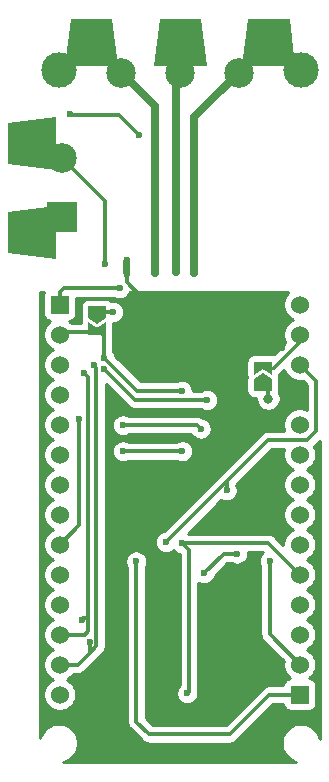
<source format=gbl>
G04 #@! TF.GenerationSoftware,KiCad,Pcbnew,(5.1.6-0-10_14)*
G04 #@! TF.CreationDate,2021-04-01T01:52:38+02:00*
G04 #@! TF.ProjectId,ESCv1.1,45534376-312e-4312-9e6b-696361645f70,rev?*
G04 #@! TF.SameCoordinates,Original*
G04 #@! TF.FileFunction,Copper,L2,Bot*
G04 #@! TF.FilePolarity,Positive*
%FSLAX46Y46*%
G04 Gerber Fmt 4.6, Leading zero omitted, Abs format (unit mm)*
G04 Created by KiCad (PCBNEW (5.1.6-0-10_14)) date 2021-04-01 01:52:38*
%MOMM*%
%LPD*%
G01*
G04 APERTURE LIST*
G04 #@! TA.AperFunction,EtchedComponent*
%ADD10C,0.100000*%
G04 #@! TD*
G04 #@! TA.AperFunction,SMDPad,CuDef*
%ADD11C,0.100000*%
G04 #@! TD*
G04 #@! TA.AperFunction,ViaPad*
%ADD12C,0.600000*%
G04 #@! TD*
G04 #@! TA.AperFunction,ComponentPad*
%ADD13C,2.500000*%
G04 #@! TD*
G04 #@! TA.AperFunction,ComponentPad*
%ADD14R,1.524000X1.524000*%
G04 #@! TD*
G04 #@! TA.AperFunction,ComponentPad*
%ADD15C,1.524000*%
G04 #@! TD*
G04 #@! TA.AperFunction,ComponentPad*
%ADD16C,3.000000*%
G04 #@! TD*
G04 #@! TA.AperFunction,ComponentPad*
%ADD17C,0.600000*%
G04 #@! TD*
G04 #@! TA.AperFunction,ComponentPad*
%ADD18R,2.500000X2.500000*%
G04 #@! TD*
G04 #@! TA.AperFunction,ComponentPad*
%ADD19C,0.100000*%
G04 #@! TD*
G04 #@! TA.AperFunction,ComponentPad*
%ADD20C,0.700000*%
G04 #@! TD*
G04 #@! TA.AperFunction,ViaPad*
%ADD21C,0.800000*%
G04 #@! TD*
G04 #@! TA.AperFunction,Conductor*
%ADD22C,0.300000*%
G04 #@! TD*
G04 #@! TA.AperFunction,Conductor*
%ADD23C,0.700000*%
G04 #@! TD*
G04 #@! TA.AperFunction,Conductor*
%ADD24C,0.250000*%
G04 #@! TD*
G04 #@! TA.AperFunction,Conductor*
%ADD25C,0.254000*%
G04 #@! TD*
G04 APERTURE END LIST*
D10*
G04 #@! TO.C,NT1*
G36*
X45815400Y-44952700D02*
G01*
X45815400Y-43752700D01*
X46415400Y-43752700D01*
X46415400Y-44952700D01*
X45815400Y-44952700D01*
G37*
G04 #@! TD*
G04 #@! TA.AperFunction,SMDPad,CuDef*
D11*
G04 #@! TO.P,JP5,2*
G04 #@! TO.N,VREF*
G36*
X42855400Y-50127700D02*
G01*
X42855400Y-48977700D01*
X43605400Y-49477700D01*
X44355400Y-48977700D01*
X44355400Y-50127700D01*
X42855400Y-50127700D01*
G37*
G04 #@! TD.AperFunction*
G04 #@! TA.AperFunction,SMDPad,CuDef*
G04 #@! TO.P,JP5,1*
G04 #@! TO.N,VDDA*
G36*
X43605400Y-49177700D02*
G01*
X42855400Y-48677700D01*
X42855400Y-47677700D01*
X44355400Y-47677700D01*
X44355400Y-48677700D01*
X43605400Y-49177700D01*
G37*
G04 #@! TD.AperFunction*
G04 #@! TD*
G04 #@! TA.AperFunction,SMDPad,CuDef*
G04 #@! TO.P,JP1,2*
G04 #@! TO.N,VIN*
G36*
X58405400Y-52372700D02*
G01*
X58405400Y-53522700D01*
X57655400Y-53022700D01*
X56905400Y-53522700D01*
X56905400Y-52372700D01*
X58405400Y-52372700D01*
G37*
G04 #@! TD.AperFunction*
G04 #@! TA.AperFunction,SMDPad,CuDef*
G04 #@! TO.P,JP1,1*
G04 #@! TO.N,FB_BK*
G36*
X57655400Y-53322700D02*
G01*
X58405400Y-53822700D01*
X58405400Y-54822700D01*
X56905400Y-54822700D01*
X56905400Y-53822700D01*
X57655400Y-53322700D01*
G37*
G04 #@! TD.AperFunction*
G04 #@! TD*
D12*
G04 #@! TO.N,GNDPWR*
G04 #@! TO.C,NT1*
X46115400Y-43752700D03*
G04 #@! TO.N,GND*
X46115400Y-44952700D03*
G04 #@! TD*
D13*
G04 #@! TO.P,J4_2,1*
G04 #@! TO.N,PHASE_W*
X45665380Y-27889200D03*
G04 #@! TO.P,J4_2,2*
G04 #@! TO.N,PHASE_V*
X50665380Y-27889200D03*
G04 #@! TO.P,J4_2,3*
G04 #@! TO.N,PHASE_U*
X55665380Y-27889200D03*
G04 #@! TD*
D14*
G04 #@! TO.P,U2,28*
G04 #@! TO.N,IN_WL*
X60782200Y-80549400D03*
D15*
G04 #@! TO.P,U2,27*
G04 #@! TO.N,nCS*
X60782200Y-78009400D03*
G04 #@! TO.P,U2,26*
G04 #@! TO.N,MOSI*
X60782200Y-75469400D03*
G04 #@! TO.P,U2,25*
G04 #@! TO.N,CLK*
X60782200Y-72929400D03*
G04 #@! TO.P,U2,24*
G04 #@! TO.N,MISO*
X60782200Y-70389400D03*
G04 #@! TO.P,U2,23*
G04 #@! TO.N,Net-(U2-Pad23)*
X60782200Y-67849400D03*
G04 #@! TO.P,U2,22*
G04 #@! TO.N,Net-(U2-Pad22)*
X60782200Y-65309400D03*
G04 #@! TO.P,U2,21*
G04 #@! TO.N,Net-(U2-Pad21)*
X60782200Y-62769400D03*
G04 #@! TO.P,U2,20*
G04 #@! TO.N,Net-(U2-Pad20)*
X60782200Y-60229400D03*
G04 #@! TO.P,U2,19*
G04 #@! TO.N,Net-(U2-Pad19)*
X60782200Y-57689400D03*
G04 #@! TO.P,U2,18*
G04 #@! TO.N,GND*
X60782200Y-55149400D03*
G04 #@! TO.P,U2,17*
G04 #@! TO.N,VDD*
X60782200Y-52609400D03*
G04 #@! TO.P,U2,16*
G04 #@! TO.N,VIN*
X60782200Y-50069400D03*
G04 #@! TO.P,U2,15*
G04 #@! TO.N,Net-(U2-Pad15)*
X60782200Y-47529400D03*
G04 #@! TO.P,U2,14*
G04 #@! TO.N,nCS1*
X40462200Y-80549400D03*
G04 #@! TO.P,U2,13*
G04 #@! TO.N,nSLEEP*
X40462200Y-78009400D03*
G04 #@! TO.P,U2,12*
G04 #@! TO.N,nFAULT*
X40462200Y-75469400D03*
G04 #@! TO.P,U2,11*
G04 #@! TO.N,IN_WH*
X40462200Y-72929400D03*
G04 #@! TO.P,U2,10*
G04 #@! TO.N,IN_VL*
X40462200Y-70389400D03*
G04 #@! TO.P,U2,9*
G04 #@! TO.N,IN_UL*
X40462200Y-67849400D03*
G04 #@! TO.P,U2,8*
G04 #@! TO.N,AOUT_W*
X40462200Y-65309400D03*
G04 #@! TO.P,U2,7*
G04 #@! TO.N,AOUT_V*
X40462200Y-62769400D03*
G04 #@! TO.P,U2,6*
G04 #@! TO.N,IN_VH*
X40462200Y-60229400D03*
G04 #@! TO.P,U2,5*
G04 #@! TO.N,IN_UH*
X40462200Y-57689400D03*
G04 #@! TO.P,U2,4*
G04 #@! TO.N,AOUT_U*
X40462200Y-55149400D03*
G04 #@! TO.P,U2,3*
G04 #@! TO.N,VBAT*
X40462200Y-52609400D03*
G04 #@! TO.P,U2,2*
G04 #@! TO.N,VREF*
X40462200Y-50069400D03*
D16*
G04 #@! TO.P,U2,*
G04 #@! TO.N,*
X60872200Y-27659400D03*
X40372200Y-27659400D03*
D14*
G04 #@! TO.P,U2,1*
G04 #@! TO.N,DRVOFF*
X40462200Y-47529400D03*
G04 #@! TD*
D17*
G04 #@! TO.P,U1,EPAD*
G04 #@! TO.N,GND*
X51285560Y-50788280D03*
X51285560Y-49538280D03*
X51285560Y-48288280D03*
X51285560Y-47038280D03*
X50285560Y-50788280D03*
X50285560Y-49538280D03*
X50285560Y-48288280D03*
X50285560Y-47038280D03*
X49285560Y-50788280D03*
X49285560Y-49538280D03*
X49285560Y-48288280D03*
X49285560Y-47038280D03*
G04 #@! TD*
D18*
G04 #@! TO.P,J3_2,1*
G04 #@! TO.N,GNDPWR*
X40654200Y-40155980D03*
D13*
G04 #@! TO.P,J3_2,2*
G04 #@! TO.N,VS*
X40654200Y-35155980D03*
G04 #@! TD*
G04 #@! TA.AperFunction,ComponentPad*
D19*
G04 #@! TO.P,J3_1,1*
G04 #@! TO.N,GNDPWR*
G36*
X40114200Y-43675980D02*
G01*
X36114200Y-43175980D01*
X36114200Y-39675980D01*
X40114200Y-39175980D01*
X40114200Y-43675980D01*
G37*
G04 #@! TD.AperFunction*
D20*
X39114200Y-39915980D03*
X39114200Y-41415980D03*
X39114200Y-42915980D03*
X38114200Y-40165980D03*
X38114200Y-42665980D03*
X37114200Y-40415980D03*
X37114200Y-41415980D03*
X37114200Y-42415980D03*
G04 #@! TA.AperFunction,ComponentPad*
D19*
G04 #@! TO.P,J3_1,2*
G04 #@! TO.N,VS*
G36*
X40114200Y-36170980D02*
G01*
X36114200Y-35670980D01*
X36114200Y-32170980D01*
X40114200Y-31670980D01*
X40114200Y-36170980D01*
G37*
G04 #@! TD.AperFunction*
D20*
X39114200Y-32410980D03*
X39114200Y-33910980D03*
X39114200Y-35410980D03*
X38114200Y-32660980D03*
X38114200Y-35160980D03*
X37114200Y-32910980D03*
X37114200Y-33910980D03*
X37114200Y-34910980D03*
G04 #@! TD*
G04 #@! TA.AperFunction,ComponentPad*
D19*
G04 #@! TO.P,J4_1,1*
G04 #@! TO.N,PHASE_W*
G36*
X40909680Y-27349200D02*
G01*
X41409680Y-23349200D01*
X44909680Y-23349200D01*
X45409680Y-27349200D01*
X40909680Y-27349200D01*
G37*
G04 #@! TD.AperFunction*
D20*
X44669680Y-26349200D03*
X43169680Y-26349200D03*
X41669680Y-26349200D03*
X44419680Y-25349200D03*
X41919680Y-25349200D03*
X44169680Y-24349200D03*
X43169680Y-24349200D03*
X42169680Y-24349200D03*
G04 #@! TA.AperFunction,ComponentPad*
D19*
G04 #@! TO.P,J4_1,2*
G04 #@! TO.N,PHASE_V*
G36*
X48414680Y-27349200D02*
G01*
X48914680Y-23349200D01*
X52414680Y-23349200D01*
X52914680Y-27349200D01*
X48414680Y-27349200D01*
G37*
G04 #@! TD.AperFunction*
D20*
X52174680Y-26349200D03*
X50674680Y-26349200D03*
X49174680Y-26349200D03*
X51924680Y-25349200D03*
X49424680Y-25349200D03*
X51674680Y-24349200D03*
X50674680Y-24349200D03*
X49674680Y-24349200D03*
G04 #@! TO.P,J4_1,3*
G04 #@! TO.N,PHASE_U*
X59674680Y-26349200D03*
X58174680Y-26349200D03*
X56674680Y-26349200D03*
G04 #@! TA.AperFunction,ComponentPad*
D19*
G36*
X55914680Y-27349200D02*
G01*
X56414680Y-23349200D01*
X59914680Y-23349200D01*
X60414680Y-27349200D01*
X55914680Y-27349200D01*
G37*
G04 #@! TD.AperFunction*
D20*
X59424680Y-25349200D03*
X56924680Y-25349200D03*
X59174680Y-24349200D03*
X58174680Y-24349200D03*
X57174680Y-24349200D03*
G04 #@! TD*
D12*
G04 #@! TO.N,GND*
X49590400Y-85737700D03*
X56005400Y-56802700D03*
X45735400Y-80982700D03*
X57435400Y-63712700D03*
X48415400Y-72492700D03*
X45215400Y-70472700D03*
X44865400Y-64672700D03*
X48225400Y-75612700D03*
X48245400Y-79542700D03*
X42395400Y-79282700D03*
X44375400Y-77682700D03*
X54185400Y-78632700D03*
X54155400Y-75732700D03*
X54115400Y-73112700D03*
X56485400Y-73622700D03*
X57895400Y-78582700D03*
X56485400Y-85392700D03*
X58565400Y-83072700D03*
X42895400Y-85442700D03*
X39545400Y-82492700D03*
X58265400Y-65922700D03*
X58245400Y-61502700D03*
X55585400Y-59422700D03*
X53145400Y-62382700D03*
X59285400Y-48682700D03*
X59275400Y-51212700D03*
G04 #@! TO.N,VDDA*
X44964820Y-48163280D03*
G04 #@! TO.N,nSLEEP*
X43335400Y-52672700D03*
X42995400Y-76132700D03*
D21*
G04 #@! TO.N,FB_BK*
X58115400Y-55502700D03*
D12*
G04 #@! TO.N,VS*
X44290400Y-44127700D03*
G04 #@! TO.N,VREF*
X50795400Y-54832700D03*
X44215400Y-52032700D03*
G04 #@! TO.N,AOUT_W*
X45795400Y-59952700D03*
X50835400Y-59952700D03*
G04 #@! TO.N,AOUT_V*
X45795400Y-57742700D03*
X52405400Y-58052700D03*
G04 #@! TO.N,AOUT_U*
X44205400Y-52972700D03*
X52935400Y-55612700D03*
G04 #@! TO.N,VDD*
X49455400Y-67642700D03*
X54585400Y-63272700D03*
G04 #@! TO.N,Net-(D2-Pad1)*
X41365400Y-31382700D03*
X47155400Y-33212700D03*
G04 #@! TO.N,CLK*
X52665400Y-70292700D03*
X55485400Y-68622700D03*
G04 #@! TO.N,MISO*
X50785400Y-67712700D03*
X51245400Y-80452700D03*
G04 #@! TO.N,PHASE_U*
X51853071Y-44855029D03*
X51853071Y-44165029D03*
X51895400Y-43502700D03*
G04 #@! TO.N,PHASE_V*
X50318245Y-44799855D03*
X50318245Y-44149855D03*
X50285560Y-43492540D03*
G04 #@! TO.N,PHASE_W*
X48505400Y-44842700D03*
X48505400Y-44152700D03*
X48505400Y-43502700D03*
G04 #@! TO.N,IN_UL*
X42125390Y-57262700D03*
G04 #@! TO.N,IN_WL*
X46935400Y-69272700D03*
G04 #@! TO.N,nFAULT*
X42545400Y-53352700D03*
X42325400Y-74202700D03*
G04 #@! TO.N,nCS*
X58235400Y-69232700D03*
G04 #@! TO.N,DRVOFF*
X45535400Y-46152690D03*
G04 #@! TD*
D22*
G04 #@! TO.N,GND*
X56920392Y-56802700D02*
X56930392Y-56792700D01*
X56005400Y-56802700D02*
X56920392Y-56802700D01*
X59138900Y-56792700D02*
X60782200Y-55149400D01*
X56930392Y-56792700D02*
X59138900Y-56792700D01*
X45735400Y-80982700D02*
X45735400Y-84452700D01*
X47020400Y-85737700D02*
X49590400Y-85737700D01*
X45735400Y-84452700D02*
X47020400Y-85737700D01*
X46115400Y-44952700D02*
X46115400Y-45622700D01*
X47530980Y-47038280D02*
X49285560Y-47038280D01*
X46115400Y-45622700D02*
X47530980Y-47038280D01*
G04 #@! TO.N,VDDA*
X43605400Y-48177700D02*
X43605400Y-47972700D01*
X43619820Y-48163280D02*
X43605400Y-48177700D01*
X44964820Y-48163280D02*
X43619820Y-48163280D01*
G04 #@! TO.N,nSLEEP*
X43555399Y-52892699D02*
X43335400Y-52672700D01*
X40462200Y-78009400D02*
X42028700Y-78009400D01*
X43555399Y-76482701D02*
X43555399Y-52892699D01*
X42995400Y-77002700D02*
X43015400Y-77022700D01*
X42995400Y-76132700D02*
X42995400Y-77002700D01*
X43015400Y-77022700D02*
X43555399Y-76482701D01*
X42028700Y-78009400D02*
X43015400Y-77022700D01*
G04 #@! TO.N,FB_BK*
X58115400Y-54782700D02*
X57655400Y-54322700D01*
X58115400Y-55502700D02*
X58115400Y-54782700D01*
G04 #@! TO.N,VS*
X40654200Y-35155980D02*
X44290400Y-38792180D01*
X44290400Y-38792180D02*
X44290400Y-44127700D01*
G04 #@! TO.N,VREF*
X40653900Y-49877700D02*
X40462200Y-50069400D01*
X43450400Y-49877700D02*
X40653900Y-49877700D01*
X43600400Y-49727700D02*
X43450400Y-49877700D01*
X44215400Y-50237700D02*
X43605400Y-49627700D01*
X44215400Y-52032700D02*
X44215400Y-50237700D01*
X44215400Y-52042700D02*
X44215400Y-52032700D01*
X47005400Y-54832700D02*
X44215400Y-52042700D01*
X50795400Y-54832700D02*
X47005400Y-54832700D01*
G04 #@! TO.N,AOUT_W*
X45795400Y-59952700D02*
X50835400Y-59952700D01*
G04 #@! TO.N,AOUT_V*
X45795400Y-57742700D02*
X50755400Y-57742700D01*
X52095400Y-57742700D02*
X50755400Y-57742700D01*
X52405400Y-58052700D02*
X52095400Y-57742700D01*
G04 #@! TO.N,AOUT_U*
X46845400Y-55612700D02*
X50835400Y-55612700D01*
X44205400Y-52972700D02*
X46845400Y-55612700D01*
X50835400Y-55612700D02*
X52935400Y-55612700D01*
G04 #@! TO.N,VDD*
X60518900Y-52872700D02*
X60782200Y-52609400D01*
X62155400Y-58252700D02*
X62155400Y-53982600D01*
X62155400Y-53982600D02*
X60782200Y-52609400D01*
X58115400Y-58982700D02*
X61425400Y-58982700D01*
X61425400Y-58982700D02*
X62155400Y-58252700D01*
X54585400Y-62632700D02*
X54525400Y-62572700D01*
X54585400Y-63272700D02*
X54585400Y-62632700D01*
X54525400Y-62572700D02*
X58115400Y-58982700D01*
X49455400Y-67642700D02*
X54525400Y-62572700D01*
G04 #@! TO.N,Net-(D2-Pad1)*
X47155400Y-33212700D02*
X45455400Y-31512700D01*
X41495400Y-31512700D02*
X41365400Y-31382700D01*
X45455400Y-31512700D02*
X41495400Y-31512700D01*
G04 #@! TO.N,CLK*
X54335400Y-68622700D02*
X55485400Y-68622700D01*
X52665400Y-70292700D02*
X54335400Y-68622700D01*
G04 #@! TO.N,MISO*
X60782200Y-70389400D02*
X58105500Y-67712700D01*
X58105500Y-67712700D02*
X50785400Y-67712700D01*
X50785400Y-67712700D02*
X51385400Y-68312700D01*
X51385400Y-80312700D02*
X51245400Y-80452700D01*
X51385400Y-68312700D02*
X51385400Y-80312700D01*
D23*
G04 #@! TO.N,PHASE_U*
X51853071Y-31660809D02*
X58164680Y-25349200D01*
X51853071Y-44855029D02*
X51853071Y-31660809D01*
G04 #@! TO.N,PHASE_V*
X50318245Y-25695635D02*
X50664680Y-25349200D01*
X50318245Y-44799855D02*
X50318245Y-25695635D01*
G04 #@! TO.N,PHASE_W*
X48505400Y-30694920D02*
X43159680Y-25349200D01*
X48505400Y-44842700D02*
X48505400Y-30694920D01*
D22*
G04 #@! TO.N,IN_UL*
X40462200Y-67849400D02*
X42125390Y-66186210D01*
X42125390Y-66186210D02*
X42125390Y-57262700D01*
G04 #@! TO.N,IN_WL*
X58212100Y-80549400D02*
X60782200Y-80549400D01*
X46935400Y-69272700D02*
X46935400Y-82842700D01*
X46935400Y-82842700D02*
X48005400Y-83912700D01*
X54848800Y-83912700D02*
X58212100Y-80549400D01*
X48005400Y-83912700D02*
X54848800Y-83912700D01*
G04 #@! TO.N,nFAULT*
X42845399Y-53652699D02*
X42545400Y-53352700D01*
X42568700Y-75469400D02*
X42845400Y-75192700D01*
X40462200Y-75469400D02*
X42568700Y-75469400D01*
X42325400Y-74202700D02*
X42455399Y-74072701D01*
X42455399Y-74072701D02*
X42845399Y-74072701D01*
X42845399Y-74072701D02*
X42845399Y-53652699D01*
X42845400Y-75192700D02*
X42845399Y-74072701D01*
G04 #@! TO.N,nCS*
X58235400Y-75462600D02*
X60782200Y-78009400D01*
X58235400Y-69232700D02*
X58235400Y-75462600D01*
G04 #@! TO.N,DRVOFF*
X40776910Y-46152690D02*
X45535400Y-46152690D01*
X40462200Y-46467400D02*
X40776910Y-46152690D01*
X40462200Y-47529400D02*
X40462200Y-46467400D01*
D24*
G04 #@! TO.N,VIN*
X58540402Y-52872700D02*
X60782200Y-50630902D01*
X60782200Y-50630902D02*
X60782200Y-50069400D01*
X57655400Y-52872700D02*
X58540402Y-52872700D01*
G04 #@! TD*
D25*
G04 #@! TO.N,GND*
G36*
X39110698Y-46523220D02*
G01*
X39074388Y-46642918D01*
X39062128Y-46767400D01*
X39062128Y-48291400D01*
X39074388Y-48415882D01*
X39110698Y-48535580D01*
X39169663Y-48645894D01*
X39249015Y-48742585D01*
X39345706Y-48821937D01*
X39456020Y-48880902D01*
X39575718Y-48917212D01*
X39659665Y-48925480D01*
X39571665Y-48984280D01*
X39377080Y-49178865D01*
X39224195Y-49407673D01*
X39118886Y-49661910D01*
X39065200Y-49931808D01*
X39065200Y-50206992D01*
X39118886Y-50476890D01*
X39224195Y-50731127D01*
X39377080Y-50959935D01*
X39571665Y-51154520D01*
X39800473Y-51307405D01*
X39877715Y-51339400D01*
X39800473Y-51371395D01*
X39571665Y-51524280D01*
X39377080Y-51718865D01*
X39224195Y-51947673D01*
X39118886Y-52201910D01*
X39065200Y-52471808D01*
X39065200Y-52746992D01*
X39118886Y-53016890D01*
X39224195Y-53271127D01*
X39377080Y-53499935D01*
X39571665Y-53694520D01*
X39800473Y-53847405D01*
X39877715Y-53879400D01*
X39800473Y-53911395D01*
X39571665Y-54064280D01*
X39377080Y-54258865D01*
X39224195Y-54487673D01*
X39118886Y-54741910D01*
X39065200Y-55011808D01*
X39065200Y-55286992D01*
X39118886Y-55556890D01*
X39224195Y-55811127D01*
X39377080Y-56039935D01*
X39571665Y-56234520D01*
X39800473Y-56387405D01*
X39877715Y-56419400D01*
X39800473Y-56451395D01*
X39571665Y-56604280D01*
X39377080Y-56798865D01*
X39224195Y-57027673D01*
X39118886Y-57281910D01*
X39065200Y-57551808D01*
X39065200Y-57826992D01*
X39118886Y-58096890D01*
X39224195Y-58351127D01*
X39377080Y-58579935D01*
X39571665Y-58774520D01*
X39800473Y-58927405D01*
X39877715Y-58959400D01*
X39800473Y-58991395D01*
X39571665Y-59144280D01*
X39377080Y-59338865D01*
X39224195Y-59567673D01*
X39118886Y-59821910D01*
X39065200Y-60091808D01*
X39065200Y-60366992D01*
X39118886Y-60636890D01*
X39224195Y-60891127D01*
X39377080Y-61119935D01*
X39571665Y-61314520D01*
X39800473Y-61467405D01*
X39877715Y-61499400D01*
X39800473Y-61531395D01*
X39571665Y-61684280D01*
X39377080Y-61878865D01*
X39224195Y-62107673D01*
X39118886Y-62361910D01*
X39065200Y-62631808D01*
X39065200Y-62906992D01*
X39118886Y-63176890D01*
X39224195Y-63431127D01*
X39377080Y-63659935D01*
X39571665Y-63854520D01*
X39800473Y-64007405D01*
X39877715Y-64039400D01*
X39800473Y-64071395D01*
X39571665Y-64224280D01*
X39377080Y-64418865D01*
X39224195Y-64647673D01*
X39118886Y-64901910D01*
X39065200Y-65171808D01*
X39065200Y-65446992D01*
X39118886Y-65716890D01*
X39224195Y-65971127D01*
X39377080Y-66199935D01*
X39571665Y-66394520D01*
X39800473Y-66547405D01*
X39877715Y-66579400D01*
X39800473Y-66611395D01*
X39571665Y-66764280D01*
X39377080Y-66958865D01*
X39224195Y-67187673D01*
X39118886Y-67441910D01*
X39065200Y-67711808D01*
X39065200Y-67986992D01*
X39118886Y-68256890D01*
X39224195Y-68511127D01*
X39377080Y-68739935D01*
X39571665Y-68934520D01*
X39800473Y-69087405D01*
X39877715Y-69119400D01*
X39800473Y-69151395D01*
X39571665Y-69304280D01*
X39377080Y-69498865D01*
X39224195Y-69727673D01*
X39118886Y-69981910D01*
X39065200Y-70251808D01*
X39065200Y-70526992D01*
X39118886Y-70796890D01*
X39224195Y-71051127D01*
X39377080Y-71279935D01*
X39571665Y-71474520D01*
X39800473Y-71627405D01*
X39877715Y-71659400D01*
X39800473Y-71691395D01*
X39571665Y-71844280D01*
X39377080Y-72038865D01*
X39224195Y-72267673D01*
X39118886Y-72521910D01*
X39065200Y-72791808D01*
X39065200Y-73066992D01*
X39118886Y-73336890D01*
X39224195Y-73591127D01*
X39377080Y-73819935D01*
X39571665Y-74014520D01*
X39800473Y-74167405D01*
X39877715Y-74199400D01*
X39800473Y-74231395D01*
X39571665Y-74384280D01*
X39377080Y-74578865D01*
X39224195Y-74807673D01*
X39118886Y-75061910D01*
X39065200Y-75331808D01*
X39065200Y-75606992D01*
X39118886Y-75876890D01*
X39224195Y-76131127D01*
X39377080Y-76359935D01*
X39571665Y-76554520D01*
X39800473Y-76707405D01*
X39877715Y-76739400D01*
X39800473Y-76771395D01*
X39571665Y-76924280D01*
X39377080Y-77118865D01*
X39224195Y-77347673D01*
X39118886Y-77601910D01*
X39065200Y-77871808D01*
X39065200Y-78146992D01*
X39118886Y-78416890D01*
X39224195Y-78671127D01*
X39377080Y-78899935D01*
X39571665Y-79094520D01*
X39800473Y-79247405D01*
X39877715Y-79279400D01*
X39800473Y-79311395D01*
X39571665Y-79464280D01*
X39377080Y-79658865D01*
X39224195Y-79887673D01*
X39118886Y-80141910D01*
X39065200Y-80411808D01*
X39065200Y-80686992D01*
X39118886Y-80956890D01*
X39224195Y-81211127D01*
X39377080Y-81439935D01*
X39571665Y-81634520D01*
X39800473Y-81787405D01*
X40054710Y-81892714D01*
X40324608Y-81946400D01*
X40599792Y-81946400D01*
X40869690Y-81892714D01*
X41123927Y-81787405D01*
X41352735Y-81634520D01*
X41547320Y-81439935D01*
X41700205Y-81211127D01*
X41805514Y-80956890D01*
X41859200Y-80686992D01*
X41859200Y-80411808D01*
X41805514Y-80141910D01*
X41700205Y-79887673D01*
X41547320Y-79658865D01*
X41352735Y-79464280D01*
X41123927Y-79311395D01*
X41046685Y-79279400D01*
X41123927Y-79247405D01*
X41352735Y-79094520D01*
X41547320Y-78899935D01*
X41617836Y-78794400D01*
X41990147Y-78794400D01*
X42028700Y-78798197D01*
X42067253Y-78794400D01*
X42067261Y-78794400D01*
X42182587Y-78783041D01*
X42330560Y-78738154D01*
X42466933Y-78665262D01*
X42586464Y-78567164D01*
X42611047Y-78537210D01*
X43543213Y-77605044D01*
X43573164Y-77580464D01*
X43597745Y-77550512D01*
X44083215Y-77065043D01*
X44113163Y-77040465D01*
X44144157Y-77002700D01*
X44178144Y-76961286D01*
X44211261Y-76920934D01*
X44284153Y-76784561D01*
X44301090Y-76728728D01*
X44329041Y-76636588D01*
X44337123Y-76554520D01*
X44340399Y-76521262D01*
X44340399Y-76521257D01*
X44344196Y-76482701D01*
X44340399Y-76444145D01*
X44340399Y-59860611D01*
X44860400Y-59860611D01*
X44860400Y-60044789D01*
X44896332Y-60225429D01*
X44966814Y-60395589D01*
X45069138Y-60548728D01*
X45199372Y-60678962D01*
X45352511Y-60781286D01*
X45522671Y-60851768D01*
X45703311Y-60887700D01*
X45887489Y-60887700D01*
X46068129Y-60851768D01*
X46238289Y-60781286D01*
X46303520Y-60737700D01*
X50327280Y-60737700D01*
X50392511Y-60781286D01*
X50562671Y-60851768D01*
X50743311Y-60887700D01*
X50927489Y-60887700D01*
X51108129Y-60851768D01*
X51278289Y-60781286D01*
X51431428Y-60678962D01*
X51561662Y-60548728D01*
X51663986Y-60395589D01*
X51734468Y-60225429D01*
X51770400Y-60044789D01*
X51770400Y-59860611D01*
X51734468Y-59679971D01*
X51663986Y-59509811D01*
X51561662Y-59356672D01*
X51431428Y-59226438D01*
X51278289Y-59124114D01*
X51108129Y-59053632D01*
X50927489Y-59017700D01*
X50743311Y-59017700D01*
X50562671Y-59053632D01*
X50392511Y-59124114D01*
X50327280Y-59167700D01*
X46303520Y-59167700D01*
X46238289Y-59124114D01*
X46068129Y-59053632D01*
X45887489Y-59017700D01*
X45703311Y-59017700D01*
X45522671Y-59053632D01*
X45352511Y-59124114D01*
X45199372Y-59226438D01*
X45069138Y-59356672D01*
X44966814Y-59509811D01*
X44896332Y-59679971D01*
X44860400Y-59860611D01*
X44340399Y-59860611D01*
X44340399Y-57650611D01*
X44860400Y-57650611D01*
X44860400Y-57834789D01*
X44896332Y-58015429D01*
X44966814Y-58185589D01*
X45069138Y-58338728D01*
X45199372Y-58468962D01*
X45352511Y-58571286D01*
X45522671Y-58641768D01*
X45703311Y-58677700D01*
X45887489Y-58677700D01*
X46068129Y-58641768D01*
X46238289Y-58571286D01*
X46303520Y-58527700D01*
X51598270Y-58527700D01*
X51679138Y-58648728D01*
X51809372Y-58778962D01*
X51962511Y-58881286D01*
X52132671Y-58951768D01*
X52313311Y-58987700D01*
X52497489Y-58987700D01*
X52678129Y-58951768D01*
X52848289Y-58881286D01*
X53001428Y-58778962D01*
X53131662Y-58648728D01*
X53233986Y-58495589D01*
X53304468Y-58325429D01*
X53340400Y-58144789D01*
X53340400Y-57960611D01*
X53304468Y-57779971D01*
X53233986Y-57609811D01*
X53131662Y-57456672D01*
X53001428Y-57326438D01*
X52848289Y-57224114D01*
X52678129Y-57153632D01*
X52594831Y-57137063D01*
X52533633Y-57086838D01*
X52397260Y-57013946D01*
X52249287Y-56969059D01*
X52133961Y-56957700D01*
X52133953Y-56957700D01*
X52095400Y-56953903D01*
X52056847Y-56957700D01*
X46303520Y-56957700D01*
X46238289Y-56914114D01*
X46068129Y-56843632D01*
X45887489Y-56807700D01*
X45703311Y-56807700D01*
X45522671Y-56843632D01*
X45352511Y-56914114D01*
X45199372Y-57016438D01*
X45069138Y-57146672D01*
X44966814Y-57299811D01*
X44896332Y-57469971D01*
X44860400Y-57650611D01*
X44340399Y-57650611D01*
X44340399Y-54217856D01*
X46263053Y-56140510D01*
X46287636Y-56170464D01*
X46407167Y-56268562D01*
X46517808Y-56327700D01*
X46543540Y-56341454D01*
X46691513Y-56386342D01*
X46766426Y-56393720D01*
X46806839Y-56397700D01*
X46806844Y-56397700D01*
X46845400Y-56401497D01*
X46883956Y-56397700D01*
X52427280Y-56397700D01*
X52492511Y-56441286D01*
X52662671Y-56511768D01*
X52843311Y-56547700D01*
X53027489Y-56547700D01*
X53208129Y-56511768D01*
X53378289Y-56441286D01*
X53531428Y-56338962D01*
X53661662Y-56208728D01*
X53763986Y-56055589D01*
X53834468Y-55885429D01*
X53870400Y-55704789D01*
X53870400Y-55520611D01*
X53834468Y-55339971D01*
X53763986Y-55169811D01*
X53661662Y-55016672D01*
X53531428Y-54886438D01*
X53378289Y-54784114D01*
X53208129Y-54713632D01*
X53027489Y-54677700D01*
X52843311Y-54677700D01*
X52662671Y-54713632D01*
X52492511Y-54784114D01*
X52427280Y-54827700D01*
X51730400Y-54827700D01*
X51730400Y-54740611D01*
X51694468Y-54559971D01*
X51623986Y-54389811D01*
X51521662Y-54236672D01*
X51391428Y-54106438D01*
X51238289Y-54004114D01*
X51068129Y-53933632D01*
X50887489Y-53897700D01*
X50703311Y-53897700D01*
X50522671Y-53933632D01*
X50352511Y-54004114D01*
X50287280Y-54047700D01*
X47330557Y-54047700D01*
X45132257Y-51849400D01*
X45114468Y-51759971D01*
X45043986Y-51589811D01*
X45000400Y-51524580D01*
X45000400Y-50276252D01*
X45004197Y-50237699D01*
X45000400Y-50199146D01*
X45000400Y-50199139D01*
X44993418Y-50128250D01*
X44993472Y-50127700D01*
X44993472Y-49098280D01*
X45056909Y-49098280D01*
X45237549Y-49062348D01*
X45407709Y-48991866D01*
X45560848Y-48889542D01*
X45691082Y-48759308D01*
X45793406Y-48606169D01*
X45863888Y-48436009D01*
X45899820Y-48255369D01*
X45899820Y-48071191D01*
X45863888Y-47890551D01*
X45793406Y-47720391D01*
X45691082Y-47567252D01*
X45560848Y-47437018D01*
X45407709Y-47334694D01*
X45237549Y-47264212D01*
X45056909Y-47228280D01*
X44872731Y-47228280D01*
X44817113Y-47239343D01*
X44806585Y-47226515D01*
X44709894Y-47147163D01*
X44599580Y-47088198D01*
X44479882Y-47051888D01*
X44355400Y-47039628D01*
X42855400Y-47039628D01*
X42730918Y-47051888D01*
X42611220Y-47088198D01*
X42500906Y-47147163D01*
X42404215Y-47226515D01*
X42324863Y-47323206D01*
X42265898Y-47433520D01*
X42229588Y-47553218D01*
X42217328Y-47677700D01*
X42217328Y-48677700D01*
X42229719Y-48802836D01*
X42237309Y-48827764D01*
X42229588Y-48853218D01*
X42217328Y-48977700D01*
X42217328Y-49092700D01*
X41461155Y-49092700D01*
X41352735Y-48984280D01*
X41264735Y-48925480D01*
X41348682Y-48917212D01*
X41468380Y-48880902D01*
X41578694Y-48821937D01*
X41675385Y-48742585D01*
X41754737Y-48645894D01*
X41813702Y-48535580D01*
X41850012Y-48415882D01*
X41862272Y-48291400D01*
X41862272Y-46937690D01*
X45027280Y-46937690D01*
X45092511Y-46981276D01*
X45262671Y-47051758D01*
X45443311Y-47087690D01*
X45627489Y-47087690D01*
X45808129Y-47051758D01*
X45978289Y-46981276D01*
X46131428Y-46878952D01*
X46261662Y-46748718D01*
X46363986Y-46595579D01*
X46399558Y-46509700D01*
X59826245Y-46509700D01*
X59697080Y-46638865D01*
X59544195Y-46867673D01*
X59438886Y-47121910D01*
X59385200Y-47391808D01*
X59385200Y-47666992D01*
X59438886Y-47936890D01*
X59544195Y-48191127D01*
X59697080Y-48419935D01*
X59891665Y-48614520D01*
X60120473Y-48767405D01*
X60197715Y-48799400D01*
X60120473Y-48831395D01*
X59891665Y-48984280D01*
X59697080Y-49178865D01*
X59544195Y-49407673D01*
X59438886Y-49661910D01*
X59385200Y-49931808D01*
X59385200Y-50206992D01*
X59438886Y-50476890D01*
X59544195Y-50731127D01*
X59569421Y-50768880D01*
X58577092Y-51761209D01*
X58529882Y-51746888D01*
X58405400Y-51734628D01*
X56905400Y-51734628D01*
X56780918Y-51746888D01*
X56661220Y-51783198D01*
X56550906Y-51842163D01*
X56454215Y-51921515D01*
X56374863Y-52018206D01*
X56315898Y-52128520D01*
X56279588Y-52248218D01*
X56267328Y-52372700D01*
X56267328Y-53522700D01*
X56279459Y-53646527D01*
X56287349Y-53672635D01*
X56279588Y-53698218D01*
X56267328Y-53822700D01*
X56267328Y-54822700D01*
X56279588Y-54947182D01*
X56315898Y-55066880D01*
X56374863Y-55177194D01*
X56454215Y-55273885D01*
X56550906Y-55353237D01*
X56661220Y-55412202D01*
X56780918Y-55448512D01*
X56905400Y-55460772D01*
X57080400Y-55460772D01*
X57080400Y-55604639D01*
X57120174Y-55804598D01*
X57198195Y-55992956D01*
X57311463Y-56162474D01*
X57455626Y-56306637D01*
X57625144Y-56419905D01*
X57813502Y-56497926D01*
X58013461Y-56537700D01*
X58217339Y-56537700D01*
X58417298Y-56497926D01*
X58605656Y-56419905D01*
X58775174Y-56306637D01*
X58919337Y-56162474D01*
X59032605Y-55992956D01*
X59110626Y-55804598D01*
X59150400Y-55604639D01*
X59150400Y-55400761D01*
X59110626Y-55200802D01*
X59032605Y-55012444D01*
X59018031Y-54990633D01*
X59031212Y-54947182D01*
X59043472Y-54822700D01*
X59043472Y-53822700D01*
X59031081Y-53697564D01*
X59023491Y-53672636D01*
X59031212Y-53647182D01*
X59043472Y-53522700D01*
X59043472Y-53443009D01*
X59080403Y-53412701D01*
X59104206Y-53383697D01*
X59448296Y-53039607D01*
X59544195Y-53271127D01*
X59697080Y-53499935D01*
X59891665Y-53694520D01*
X60120473Y-53847405D01*
X60374710Y-53952714D01*
X60644608Y-54006400D01*
X60919792Y-54006400D01*
X61044280Y-53981638D01*
X61370401Y-54307759D01*
X61370400Y-56420939D01*
X61189690Y-56346086D01*
X60919792Y-56292400D01*
X60644608Y-56292400D01*
X60374710Y-56346086D01*
X60120473Y-56451395D01*
X59891665Y-56604280D01*
X59697080Y-56798865D01*
X59544195Y-57027673D01*
X59438886Y-57281910D01*
X59385200Y-57551808D01*
X59385200Y-57826992D01*
X59438886Y-58096890D01*
X59480643Y-58197700D01*
X58153956Y-58197700D01*
X58115400Y-58193903D01*
X58076844Y-58197700D01*
X58076839Y-58197700D01*
X58036426Y-58201680D01*
X57961513Y-58209058D01*
X57813540Y-58253946D01*
X57677167Y-58326838D01*
X57557636Y-58424936D01*
X57533055Y-58454888D01*
X53997588Y-61990355D01*
X53967636Y-62014936D01*
X53943056Y-62044887D01*
X49259617Y-66728326D01*
X49182671Y-66743632D01*
X49012511Y-66814114D01*
X48859372Y-66916438D01*
X48729138Y-67046672D01*
X48626814Y-67199811D01*
X48556332Y-67369971D01*
X48520400Y-67550611D01*
X48520400Y-67734789D01*
X48556332Y-67915429D01*
X48626814Y-68085589D01*
X48729138Y-68238728D01*
X48859372Y-68368962D01*
X49012511Y-68471286D01*
X49182671Y-68541768D01*
X49363311Y-68577700D01*
X49547489Y-68577700D01*
X49728129Y-68541768D01*
X49898289Y-68471286D01*
X50051428Y-68368962D01*
X50085400Y-68334990D01*
X50189372Y-68438962D01*
X50342511Y-68541286D01*
X50512671Y-68611768D01*
X50589616Y-68627073D01*
X50600400Y-68637858D01*
X50600401Y-79775409D01*
X50519138Y-79856672D01*
X50416814Y-80009811D01*
X50346332Y-80179971D01*
X50310400Y-80360611D01*
X50310400Y-80544789D01*
X50346332Y-80725429D01*
X50416814Y-80895589D01*
X50519138Y-81048728D01*
X50649372Y-81178962D01*
X50802511Y-81281286D01*
X50972671Y-81351768D01*
X51153311Y-81387700D01*
X51337489Y-81387700D01*
X51518129Y-81351768D01*
X51688289Y-81281286D01*
X51841428Y-81178962D01*
X51971662Y-81048728D01*
X52073986Y-80895589D01*
X52144468Y-80725429D01*
X52180400Y-80544789D01*
X52180400Y-80360611D01*
X52173095Y-80323888D01*
X52174197Y-80312700D01*
X52170400Y-80274144D01*
X52170400Y-71086467D01*
X52222511Y-71121286D01*
X52392671Y-71191768D01*
X52573311Y-71227700D01*
X52757489Y-71227700D01*
X52938129Y-71191768D01*
X53108289Y-71121286D01*
X53261428Y-71018962D01*
X53391662Y-70888728D01*
X53493986Y-70735589D01*
X53564468Y-70565429D01*
X53579774Y-70488483D01*
X54660557Y-69407700D01*
X54977280Y-69407700D01*
X55042511Y-69451286D01*
X55212671Y-69521768D01*
X55393311Y-69557700D01*
X55577489Y-69557700D01*
X55758129Y-69521768D01*
X55928289Y-69451286D01*
X56081428Y-69348962D01*
X56211662Y-69218728D01*
X56313986Y-69065589D01*
X56384468Y-68895429D01*
X56420400Y-68714789D01*
X56420400Y-68530611D01*
X56413854Y-68497700D01*
X57652449Y-68497700D01*
X57639372Y-68506438D01*
X57509138Y-68636672D01*
X57406814Y-68789811D01*
X57336332Y-68959971D01*
X57300400Y-69140611D01*
X57300400Y-69324789D01*
X57336332Y-69505429D01*
X57406814Y-69675589D01*
X57450400Y-69740820D01*
X57450401Y-75424037D01*
X57446603Y-75462600D01*
X57461759Y-75616486D01*
X57506646Y-75764459D01*
X57539989Y-75826840D01*
X57579539Y-75900833D01*
X57599321Y-75924937D01*
X57653055Y-75990412D01*
X57653059Y-75990416D01*
X57677637Y-76020364D01*
X57707585Y-76044942D01*
X59409962Y-77747320D01*
X59385200Y-77871808D01*
X59385200Y-78146992D01*
X59438886Y-78416890D01*
X59544195Y-78671127D01*
X59697080Y-78899935D01*
X59891665Y-79094520D01*
X59979665Y-79153320D01*
X59895718Y-79161588D01*
X59776020Y-79197898D01*
X59665706Y-79256863D01*
X59569015Y-79336215D01*
X59489663Y-79432906D01*
X59430698Y-79543220D01*
X59394388Y-79662918D01*
X59384393Y-79764400D01*
X58250652Y-79764400D01*
X58212099Y-79760603D01*
X58173546Y-79764400D01*
X58173539Y-79764400D01*
X58072590Y-79774343D01*
X58058212Y-79775759D01*
X58023772Y-79786206D01*
X57910240Y-79820646D01*
X57773867Y-79893538D01*
X57713659Y-79942950D01*
X57684287Y-79967055D01*
X57684284Y-79967058D01*
X57654336Y-79991636D01*
X57629758Y-80021584D01*
X54523643Y-83127700D01*
X48330557Y-83127700D01*
X47720400Y-82517543D01*
X47720400Y-69780820D01*
X47763986Y-69715589D01*
X47834468Y-69545429D01*
X47870400Y-69364789D01*
X47870400Y-69180611D01*
X47834468Y-68999971D01*
X47763986Y-68829811D01*
X47661662Y-68676672D01*
X47531428Y-68546438D01*
X47378289Y-68444114D01*
X47208129Y-68373632D01*
X47027489Y-68337700D01*
X46843311Y-68337700D01*
X46662671Y-68373632D01*
X46492511Y-68444114D01*
X46339372Y-68546438D01*
X46209138Y-68676672D01*
X46106814Y-68829811D01*
X46036332Y-68999971D01*
X46000400Y-69180611D01*
X46000400Y-69364789D01*
X46036332Y-69545429D01*
X46106814Y-69715589D01*
X46150400Y-69780820D01*
X46150401Y-82804137D01*
X46146603Y-82842700D01*
X46161759Y-82996586D01*
X46206646Y-83144559D01*
X46206647Y-83144560D01*
X46279539Y-83280933D01*
X46320090Y-83330344D01*
X46353055Y-83370512D01*
X46353059Y-83370516D01*
X46377637Y-83400464D01*
X46407585Y-83425042D01*
X47423053Y-84440510D01*
X47447636Y-84470464D01*
X47567167Y-84568562D01*
X47703540Y-84641454D01*
X47851513Y-84686342D01*
X47926426Y-84693720D01*
X47966839Y-84697700D01*
X47966844Y-84697700D01*
X48005400Y-84701497D01*
X48043956Y-84697700D01*
X54810247Y-84697700D01*
X54848800Y-84701497D01*
X54887353Y-84697700D01*
X54887361Y-84697700D01*
X55002687Y-84686341D01*
X55150660Y-84641454D01*
X55287033Y-84568562D01*
X55406564Y-84470464D01*
X55431147Y-84440510D01*
X58537258Y-81334400D01*
X59384393Y-81334400D01*
X59394388Y-81435882D01*
X59430698Y-81555580D01*
X59489663Y-81665894D01*
X59569015Y-81762585D01*
X59665706Y-81841937D01*
X59776020Y-81900902D01*
X59895718Y-81937212D01*
X60020200Y-81949472D01*
X61544200Y-81949472D01*
X61668682Y-81937212D01*
X61788380Y-81900902D01*
X61898694Y-81841937D01*
X61995385Y-81762585D01*
X62074737Y-81665894D01*
X62133702Y-81555580D01*
X62170012Y-81435882D01*
X62182272Y-81311400D01*
X62182272Y-79787400D01*
X62170012Y-79662918D01*
X62133702Y-79543220D01*
X62074737Y-79432906D01*
X61995385Y-79336215D01*
X61898694Y-79256863D01*
X61788380Y-79197898D01*
X61668682Y-79161588D01*
X61584735Y-79153320D01*
X61672735Y-79094520D01*
X61867320Y-78899935D01*
X62020205Y-78671127D01*
X62125514Y-78416890D01*
X62179200Y-78146992D01*
X62179200Y-77871808D01*
X62125514Y-77601910D01*
X62020205Y-77347673D01*
X61867320Y-77118865D01*
X61672735Y-76924280D01*
X61443927Y-76771395D01*
X61366685Y-76739400D01*
X61443927Y-76707405D01*
X61672735Y-76554520D01*
X61867320Y-76359935D01*
X62020205Y-76131127D01*
X62125514Y-75876890D01*
X62179200Y-75606992D01*
X62179200Y-75331808D01*
X62125514Y-75061910D01*
X62020205Y-74807673D01*
X61867320Y-74578865D01*
X61672735Y-74384280D01*
X61443927Y-74231395D01*
X61366685Y-74199400D01*
X61443927Y-74167405D01*
X61672735Y-74014520D01*
X61867320Y-73819935D01*
X62020205Y-73591127D01*
X62125514Y-73336890D01*
X62179200Y-73066992D01*
X62179200Y-72791808D01*
X62125514Y-72521910D01*
X62020205Y-72267673D01*
X61867320Y-72038865D01*
X61672735Y-71844280D01*
X61443927Y-71691395D01*
X61366685Y-71659400D01*
X61443927Y-71627405D01*
X61672735Y-71474520D01*
X61867320Y-71279935D01*
X62020205Y-71051127D01*
X62125514Y-70796890D01*
X62179200Y-70526992D01*
X62179200Y-70251808D01*
X62125514Y-69981910D01*
X62020205Y-69727673D01*
X61867320Y-69498865D01*
X61672735Y-69304280D01*
X61443927Y-69151395D01*
X61366685Y-69119400D01*
X61443927Y-69087405D01*
X61672735Y-68934520D01*
X61867320Y-68739935D01*
X62020205Y-68511127D01*
X62125514Y-68256890D01*
X62179200Y-67986992D01*
X62179200Y-67711808D01*
X62125514Y-67441910D01*
X62020205Y-67187673D01*
X61867320Y-66958865D01*
X61672735Y-66764280D01*
X61443927Y-66611395D01*
X61366685Y-66579400D01*
X61443927Y-66547405D01*
X61672735Y-66394520D01*
X61867320Y-66199935D01*
X62020205Y-65971127D01*
X62125514Y-65716890D01*
X62179200Y-65446992D01*
X62179200Y-65171808D01*
X62125514Y-64901910D01*
X62020205Y-64647673D01*
X61867320Y-64418865D01*
X61672735Y-64224280D01*
X61443927Y-64071395D01*
X61366685Y-64039400D01*
X61443927Y-64007405D01*
X61672735Y-63854520D01*
X61867320Y-63659935D01*
X62020205Y-63431127D01*
X62125514Y-63176890D01*
X62179200Y-62906992D01*
X62179200Y-62631808D01*
X62125514Y-62361910D01*
X62020205Y-62107673D01*
X61867320Y-61878865D01*
X61672735Y-61684280D01*
X61443927Y-61531395D01*
X61366685Y-61499400D01*
X61443927Y-61467405D01*
X61672735Y-61314520D01*
X61867320Y-61119935D01*
X62020205Y-60891127D01*
X62125514Y-60636890D01*
X62179200Y-60366992D01*
X62179200Y-60091808D01*
X62125514Y-59821910D01*
X62020205Y-59567673D01*
X61993560Y-59527796D01*
X62007747Y-59510511D01*
X62465401Y-59052857D01*
X62465401Y-84288228D01*
X62444368Y-84182488D01*
X62321118Y-83884937D01*
X62142187Y-83617148D01*
X61914452Y-83389413D01*
X61646663Y-83210482D01*
X61349112Y-83087232D01*
X61033233Y-83024400D01*
X60711167Y-83024400D01*
X60395288Y-83087232D01*
X60097737Y-83210482D01*
X59829948Y-83389413D01*
X59602213Y-83617148D01*
X59423282Y-83884937D01*
X59300032Y-84182488D01*
X59237200Y-84498367D01*
X59237200Y-84820433D01*
X59300032Y-85136312D01*
X59423282Y-85433863D01*
X59602213Y-85701652D01*
X59829948Y-85929387D01*
X60097737Y-86108318D01*
X60395288Y-86231568D01*
X60501526Y-86252700D01*
X40742874Y-86252700D01*
X40849112Y-86231568D01*
X41146663Y-86108318D01*
X41414452Y-85929387D01*
X41642187Y-85701652D01*
X41821118Y-85433863D01*
X41944368Y-85136312D01*
X42007200Y-84820433D01*
X42007200Y-84498367D01*
X41944368Y-84182488D01*
X41821118Y-83884937D01*
X41642187Y-83617148D01*
X41414452Y-83389413D01*
X41146663Y-83210482D01*
X40849112Y-83087232D01*
X40533233Y-83024400D01*
X40211167Y-83024400D01*
X39895288Y-83087232D01*
X39597737Y-83210482D01*
X39329948Y-83389413D01*
X39102213Y-83617148D01*
X38923282Y-83884937D01*
X38800032Y-84182488D01*
X38785400Y-84256048D01*
X38785400Y-46509700D01*
X39117925Y-46509700D01*
X39110698Y-46523220D01*
G37*
X39110698Y-46523220D02*
X39074388Y-46642918D01*
X39062128Y-46767400D01*
X39062128Y-48291400D01*
X39074388Y-48415882D01*
X39110698Y-48535580D01*
X39169663Y-48645894D01*
X39249015Y-48742585D01*
X39345706Y-48821937D01*
X39456020Y-48880902D01*
X39575718Y-48917212D01*
X39659665Y-48925480D01*
X39571665Y-48984280D01*
X39377080Y-49178865D01*
X39224195Y-49407673D01*
X39118886Y-49661910D01*
X39065200Y-49931808D01*
X39065200Y-50206992D01*
X39118886Y-50476890D01*
X39224195Y-50731127D01*
X39377080Y-50959935D01*
X39571665Y-51154520D01*
X39800473Y-51307405D01*
X39877715Y-51339400D01*
X39800473Y-51371395D01*
X39571665Y-51524280D01*
X39377080Y-51718865D01*
X39224195Y-51947673D01*
X39118886Y-52201910D01*
X39065200Y-52471808D01*
X39065200Y-52746992D01*
X39118886Y-53016890D01*
X39224195Y-53271127D01*
X39377080Y-53499935D01*
X39571665Y-53694520D01*
X39800473Y-53847405D01*
X39877715Y-53879400D01*
X39800473Y-53911395D01*
X39571665Y-54064280D01*
X39377080Y-54258865D01*
X39224195Y-54487673D01*
X39118886Y-54741910D01*
X39065200Y-55011808D01*
X39065200Y-55286992D01*
X39118886Y-55556890D01*
X39224195Y-55811127D01*
X39377080Y-56039935D01*
X39571665Y-56234520D01*
X39800473Y-56387405D01*
X39877715Y-56419400D01*
X39800473Y-56451395D01*
X39571665Y-56604280D01*
X39377080Y-56798865D01*
X39224195Y-57027673D01*
X39118886Y-57281910D01*
X39065200Y-57551808D01*
X39065200Y-57826992D01*
X39118886Y-58096890D01*
X39224195Y-58351127D01*
X39377080Y-58579935D01*
X39571665Y-58774520D01*
X39800473Y-58927405D01*
X39877715Y-58959400D01*
X39800473Y-58991395D01*
X39571665Y-59144280D01*
X39377080Y-59338865D01*
X39224195Y-59567673D01*
X39118886Y-59821910D01*
X39065200Y-60091808D01*
X39065200Y-60366992D01*
X39118886Y-60636890D01*
X39224195Y-60891127D01*
X39377080Y-61119935D01*
X39571665Y-61314520D01*
X39800473Y-61467405D01*
X39877715Y-61499400D01*
X39800473Y-61531395D01*
X39571665Y-61684280D01*
X39377080Y-61878865D01*
X39224195Y-62107673D01*
X39118886Y-62361910D01*
X39065200Y-62631808D01*
X39065200Y-62906992D01*
X39118886Y-63176890D01*
X39224195Y-63431127D01*
X39377080Y-63659935D01*
X39571665Y-63854520D01*
X39800473Y-64007405D01*
X39877715Y-64039400D01*
X39800473Y-64071395D01*
X39571665Y-64224280D01*
X39377080Y-64418865D01*
X39224195Y-64647673D01*
X39118886Y-64901910D01*
X39065200Y-65171808D01*
X39065200Y-65446992D01*
X39118886Y-65716890D01*
X39224195Y-65971127D01*
X39377080Y-66199935D01*
X39571665Y-66394520D01*
X39800473Y-66547405D01*
X39877715Y-66579400D01*
X39800473Y-66611395D01*
X39571665Y-66764280D01*
X39377080Y-66958865D01*
X39224195Y-67187673D01*
X39118886Y-67441910D01*
X39065200Y-67711808D01*
X39065200Y-67986992D01*
X39118886Y-68256890D01*
X39224195Y-68511127D01*
X39377080Y-68739935D01*
X39571665Y-68934520D01*
X39800473Y-69087405D01*
X39877715Y-69119400D01*
X39800473Y-69151395D01*
X39571665Y-69304280D01*
X39377080Y-69498865D01*
X39224195Y-69727673D01*
X39118886Y-69981910D01*
X39065200Y-70251808D01*
X39065200Y-70526992D01*
X39118886Y-70796890D01*
X39224195Y-71051127D01*
X39377080Y-71279935D01*
X39571665Y-71474520D01*
X39800473Y-71627405D01*
X39877715Y-71659400D01*
X39800473Y-71691395D01*
X39571665Y-71844280D01*
X39377080Y-72038865D01*
X39224195Y-72267673D01*
X39118886Y-72521910D01*
X39065200Y-72791808D01*
X39065200Y-73066992D01*
X39118886Y-73336890D01*
X39224195Y-73591127D01*
X39377080Y-73819935D01*
X39571665Y-74014520D01*
X39800473Y-74167405D01*
X39877715Y-74199400D01*
X39800473Y-74231395D01*
X39571665Y-74384280D01*
X39377080Y-74578865D01*
X39224195Y-74807673D01*
X39118886Y-75061910D01*
X39065200Y-75331808D01*
X39065200Y-75606992D01*
X39118886Y-75876890D01*
X39224195Y-76131127D01*
X39377080Y-76359935D01*
X39571665Y-76554520D01*
X39800473Y-76707405D01*
X39877715Y-76739400D01*
X39800473Y-76771395D01*
X39571665Y-76924280D01*
X39377080Y-77118865D01*
X39224195Y-77347673D01*
X39118886Y-77601910D01*
X39065200Y-77871808D01*
X39065200Y-78146992D01*
X39118886Y-78416890D01*
X39224195Y-78671127D01*
X39377080Y-78899935D01*
X39571665Y-79094520D01*
X39800473Y-79247405D01*
X39877715Y-79279400D01*
X39800473Y-79311395D01*
X39571665Y-79464280D01*
X39377080Y-79658865D01*
X39224195Y-79887673D01*
X39118886Y-80141910D01*
X39065200Y-80411808D01*
X39065200Y-80686992D01*
X39118886Y-80956890D01*
X39224195Y-81211127D01*
X39377080Y-81439935D01*
X39571665Y-81634520D01*
X39800473Y-81787405D01*
X40054710Y-81892714D01*
X40324608Y-81946400D01*
X40599792Y-81946400D01*
X40869690Y-81892714D01*
X41123927Y-81787405D01*
X41352735Y-81634520D01*
X41547320Y-81439935D01*
X41700205Y-81211127D01*
X41805514Y-80956890D01*
X41859200Y-80686992D01*
X41859200Y-80411808D01*
X41805514Y-80141910D01*
X41700205Y-79887673D01*
X41547320Y-79658865D01*
X41352735Y-79464280D01*
X41123927Y-79311395D01*
X41046685Y-79279400D01*
X41123927Y-79247405D01*
X41352735Y-79094520D01*
X41547320Y-78899935D01*
X41617836Y-78794400D01*
X41990147Y-78794400D01*
X42028700Y-78798197D01*
X42067253Y-78794400D01*
X42067261Y-78794400D01*
X42182587Y-78783041D01*
X42330560Y-78738154D01*
X42466933Y-78665262D01*
X42586464Y-78567164D01*
X42611047Y-78537210D01*
X43543213Y-77605044D01*
X43573164Y-77580464D01*
X43597745Y-77550512D01*
X44083215Y-77065043D01*
X44113163Y-77040465D01*
X44144157Y-77002700D01*
X44178144Y-76961286D01*
X44211261Y-76920934D01*
X44284153Y-76784561D01*
X44301090Y-76728728D01*
X44329041Y-76636588D01*
X44337123Y-76554520D01*
X44340399Y-76521262D01*
X44340399Y-76521257D01*
X44344196Y-76482701D01*
X44340399Y-76444145D01*
X44340399Y-59860611D01*
X44860400Y-59860611D01*
X44860400Y-60044789D01*
X44896332Y-60225429D01*
X44966814Y-60395589D01*
X45069138Y-60548728D01*
X45199372Y-60678962D01*
X45352511Y-60781286D01*
X45522671Y-60851768D01*
X45703311Y-60887700D01*
X45887489Y-60887700D01*
X46068129Y-60851768D01*
X46238289Y-60781286D01*
X46303520Y-60737700D01*
X50327280Y-60737700D01*
X50392511Y-60781286D01*
X50562671Y-60851768D01*
X50743311Y-60887700D01*
X50927489Y-60887700D01*
X51108129Y-60851768D01*
X51278289Y-60781286D01*
X51431428Y-60678962D01*
X51561662Y-60548728D01*
X51663986Y-60395589D01*
X51734468Y-60225429D01*
X51770400Y-60044789D01*
X51770400Y-59860611D01*
X51734468Y-59679971D01*
X51663986Y-59509811D01*
X51561662Y-59356672D01*
X51431428Y-59226438D01*
X51278289Y-59124114D01*
X51108129Y-59053632D01*
X50927489Y-59017700D01*
X50743311Y-59017700D01*
X50562671Y-59053632D01*
X50392511Y-59124114D01*
X50327280Y-59167700D01*
X46303520Y-59167700D01*
X46238289Y-59124114D01*
X46068129Y-59053632D01*
X45887489Y-59017700D01*
X45703311Y-59017700D01*
X45522671Y-59053632D01*
X45352511Y-59124114D01*
X45199372Y-59226438D01*
X45069138Y-59356672D01*
X44966814Y-59509811D01*
X44896332Y-59679971D01*
X44860400Y-59860611D01*
X44340399Y-59860611D01*
X44340399Y-57650611D01*
X44860400Y-57650611D01*
X44860400Y-57834789D01*
X44896332Y-58015429D01*
X44966814Y-58185589D01*
X45069138Y-58338728D01*
X45199372Y-58468962D01*
X45352511Y-58571286D01*
X45522671Y-58641768D01*
X45703311Y-58677700D01*
X45887489Y-58677700D01*
X46068129Y-58641768D01*
X46238289Y-58571286D01*
X46303520Y-58527700D01*
X51598270Y-58527700D01*
X51679138Y-58648728D01*
X51809372Y-58778962D01*
X51962511Y-58881286D01*
X52132671Y-58951768D01*
X52313311Y-58987700D01*
X52497489Y-58987700D01*
X52678129Y-58951768D01*
X52848289Y-58881286D01*
X53001428Y-58778962D01*
X53131662Y-58648728D01*
X53233986Y-58495589D01*
X53304468Y-58325429D01*
X53340400Y-58144789D01*
X53340400Y-57960611D01*
X53304468Y-57779971D01*
X53233986Y-57609811D01*
X53131662Y-57456672D01*
X53001428Y-57326438D01*
X52848289Y-57224114D01*
X52678129Y-57153632D01*
X52594831Y-57137063D01*
X52533633Y-57086838D01*
X52397260Y-57013946D01*
X52249287Y-56969059D01*
X52133961Y-56957700D01*
X52133953Y-56957700D01*
X52095400Y-56953903D01*
X52056847Y-56957700D01*
X46303520Y-56957700D01*
X46238289Y-56914114D01*
X46068129Y-56843632D01*
X45887489Y-56807700D01*
X45703311Y-56807700D01*
X45522671Y-56843632D01*
X45352511Y-56914114D01*
X45199372Y-57016438D01*
X45069138Y-57146672D01*
X44966814Y-57299811D01*
X44896332Y-57469971D01*
X44860400Y-57650611D01*
X44340399Y-57650611D01*
X44340399Y-54217856D01*
X46263053Y-56140510D01*
X46287636Y-56170464D01*
X46407167Y-56268562D01*
X46517808Y-56327700D01*
X46543540Y-56341454D01*
X46691513Y-56386342D01*
X46766426Y-56393720D01*
X46806839Y-56397700D01*
X46806844Y-56397700D01*
X46845400Y-56401497D01*
X46883956Y-56397700D01*
X52427280Y-56397700D01*
X52492511Y-56441286D01*
X52662671Y-56511768D01*
X52843311Y-56547700D01*
X53027489Y-56547700D01*
X53208129Y-56511768D01*
X53378289Y-56441286D01*
X53531428Y-56338962D01*
X53661662Y-56208728D01*
X53763986Y-56055589D01*
X53834468Y-55885429D01*
X53870400Y-55704789D01*
X53870400Y-55520611D01*
X53834468Y-55339971D01*
X53763986Y-55169811D01*
X53661662Y-55016672D01*
X53531428Y-54886438D01*
X53378289Y-54784114D01*
X53208129Y-54713632D01*
X53027489Y-54677700D01*
X52843311Y-54677700D01*
X52662671Y-54713632D01*
X52492511Y-54784114D01*
X52427280Y-54827700D01*
X51730400Y-54827700D01*
X51730400Y-54740611D01*
X51694468Y-54559971D01*
X51623986Y-54389811D01*
X51521662Y-54236672D01*
X51391428Y-54106438D01*
X51238289Y-54004114D01*
X51068129Y-53933632D01*
X50887489Y-53897700D01*
X50703311Y-53897700D01*
X50522671Y-53933632D01*
X50352511Y-54004114D01*
X50287280Y-54047700D01*
X47330557Y-54047700D01*
X45132257Y-51849400D01*
X45114468Y-51759971D01*
X45043986Y-51589811D01*
X45000400Y-51524580D01*
X45000400Y-50276252D01*
X45004197Y-50237699D01*
X45000400Y-50199146D01*
X45000400Y-50199139D01*
X44993418Y-50128250D01*
X44993472Y-50127700D01*
X44993472Y-49098280D01*
X45056909Y-49098280D01*
X45237549Y-49062348D01*
X45407709Y-48991866D01*
X45560848Y-48889542D01*
X45691082Y-48759308D01*
X45793406Y-48606169D01*
X45863888Y-48436009D01*
X45899820Y-48255369D01*
X45899820Y-48071191D01*
X45863888Y-47890551D01*
X45793406Y-47720391D01*
X45691082Y-47567252D01*
X45560848Y-47437018D01*
X45407709Y-47334694D01*
X45237549Y-47264212D01*
X45056909Y-47228280D01*
X44872731Y-47228280D01*
X44817113Y-47239343D01*
X44806585Y-47226515D01*
X44709894Y-47147163D01*
X44599580Y-47088198D01*
X44479882Y-47051888D01*
X44355400Y-47039628D01*
X42855400Y-47039628D01*
X42730918Y-47051888D01*
X42611220Y-47088198D01*
X42500906Y-47147163D01*
X42404215Y-47226515D01*
X42324863Y-47323206D01*
X42265898Y-47433520D01*
X42229588Y-47553218D01*
X42217328Y-47677700D01*
X42217328Y-48677700D01*
X42229719Y-48802836D01*
X42237309Y-48827764D01*
X42229588Y-48853218D01*
X42217328Y-48977700D01*
X42217328Y-49092700D01*
X41461155Y-49092700D01*
X41352735Y-48984280D01*
X41264735Y-48925480D01*
X41348682Y-48917212D01*
X41468380Y-48880902D01*
X41578694Y-48821937D01*
X41675385Y-48742585D01*
X41754737Y-48645894D01*
X41813702Y-48535580D01*
X41850012Y-48415882D01*
X41862272Y-48291400D01*
X41862272Y-46937690D01*
X45027280Y-46937690D01*
X45092511Y-46981276D01*
X45262671Y-47051758D01*
X45443311Y-47087690D01*
X45627489Y-47087690D01*
X45808129Y-47051758D01*
X45978289Y-46981276D01*
X46131428Y-46878952D01*
X46261662Y-46748718D01*
X46363986Y-46595579D01*
X46399558Y-46509700D01*
X59826245Y-46509700D01*
X59697080Y-46638865D01*
X59544195Y-46867673D01*
X59438886Y-47121910D01*
X59385200Y-47391808D01*
X59385200Y-47666992D01*
X59438886Y-47936890D01*
X59544195Y-48191127D01*
X59697080Y-48419935D01*
X59891665Y-48614520D01*
X60120473Y-48767405D01*
X60197715Y-48799400D01*
X60120473Y-48831395D01*
X59891665Y-48984280D01*
X59697080Y-49178865D01*
X59544195Y-49407673D01*
X59438886Y-49661910D01*
X59385200Y-49931808D01*
X59385200Y-50206992D01*
X59438886Y-50476890D01*
X59544195Y-50731127D01*
X59569421Y-50768880D01*
X58577092Y-51761209D01*
X58529882Y-51746888D01*
X58405400Y-51734628D01*
X56905400Y-51734628D01*
X56780918Y-51746888D01*
X56661220Y-51783198D01*
X56550906Y-51842163D01*
X56454215Y-51921515D01*
X56374863Y-52018206D01*
X56315898Y-52128520D01*
X56279588Y-52248218D01*
X56267328Y-52372700D01*
X56267328Y-53522700D01*
X56279459Y-53646527D01*
X56287349Y-53672635D01*
X56279588Y-53698218D01*
X56267328Y-53822700D01*
X56267328Y-54822700D01*
X56279588Y-54947182D01*
X56315898Y-55066880D01*
X56374863Y-55177194D01*
X56454215Y-55273885D01*
X56550906Y-55353237D01*
X56661220Y-55412202D01*
X56780918Y-55448512D01*
X56905400Y-55460772D01*
X57080400Y-55460772D01*
X57080400Y-55604639D01*
X57120174Y-55804598D01*
X57198195Y-55992956D01*
X57311463Y-56162474D01*
X57455626Y-56306637D01*
X57625144Y-56419905D01*
X57813502Y-56497926D01*
X58013461Y-56537700D01*
X58217339Y-56537700D01*
X58417298Y-56497926D01*
X58605656Y-56419905D01*
X58775174Y-56306637D01*
X58919337Y-56162474D01*
X59032605Y-55992956D01*
X59110626Y-55804598D01*
X59150400Y-55604639D01*
X59150400Y-55400761D01*
X59110626Y-55200802D01*
X59032605Y-55012444D01*
X59018031Y-54990633D01*
X59031212Y-54947182D01*
X59043472Y-54822700D01*
X59043472Y-53822700D01*
X59031081Y-53697564D01*
X59023491Y-53672636D01*
X59031212Y-53647182D01*
X59043472Y-53522700D01*
X59043472Y-53443009D01*
X59080403Y-53412701D01*
X59104206Y-53383697D01*
X59448296Y-53039607D01*
X59544195Y-53271127D01*
X59697080Y-53499935D01*
X59891665Y-53694520D01*
X60120473Y-53847405D01*
X60374710Y-53952714D01*
X60644608Y-54006400D01*
X60919792Y-54006400D01*
X61044280Y-53981638D01*
X61370401Y-54307759D01*
X61370400Y-56420939D01*
X61189690Y-56346086D01*
X60919792Y-56292400D01*
X60644608Y-56292400D01*
X60374710Y-56346086D01*
X60120473Y-56451395D01*
X59891665Y-56604280D01*
X59697080Y-56798865D01*
X59544195Y-57027673D01*
X59438886Y-57281910D01*
X59385200Y-57551808D01*
X59385200Y-57826992D01*
X59438886Y-58096890D01*
X59480643Y-58197700D01*
X58153956Y-58197700D01*
X58115400Y-58193903D01*
X58076844Y-58197700D01*
X58076839Y-58197700D01*
X58036426Y-58201680D01*
X57961513Y-58209058D01*
X57813540Y-58253946D01*
X57677167Y-58326838D01*
X57557636Y-58424936D01*
X57533055Y-58454888D01*
X53997588Y-61990355D01*
X53967636Y-62014936D01*
X53943056Y-62044887D01*
X49259617Y-66728326D01*
X49182671Y-66743632D01*
X49012511Y-66814114D01*
X48859372Y-66916438D01*
X48729138Y-67046672D01*
X48626814Y-67199811D01*
X48556332Y-67369971D01*
X48520400Y-67550611D01*
X48520400Y-67734789D01*
X48556332Y-67915429D01*
X48626814Y-68085589D01*
X48729138Y-68238728D01*
X48859372Y-68368962D01*
X49012511Y-68471286D01*
X49182671Y-68541768D01*
X49363311Y-68577700D01*
X49547489Y-68577700D01*
X49728129Y-68541768D01*
X49898289Y-68471286D01*
X50051428Y-68368962D01*
X50085400Y-68334990D01*
X50189372Y-68438962D01*
X50342511Y-68541286D01*
X50512671Y-68611768D01*
X50589616Y-68627073D01*
X50600400Y-68637858D01*
X50600401Y-79775409D01*
X50519138Y-79856672D01*
X50416814Y-80009811D01*
X50346332Y-80179971D01*
X50310400Y-80360611D01*
X50310400Y-80544789D01*
X50346332Y-80725429D01*
X50416814Y-80895589D01*
X50519138Y-81048728D01*
X50649372Y-81178962D01*
X50802511Y-81281286D01*
X50972671Y-81351768D01*
X51153311Y-81387700D01*
X51337489Y-81387700D01*
X51518129Y-81351768D01*
X51688289Y-81281286D01*
X51841428Y-81178962D01*
X51971662Y-81048728D01*
X52073986Y-80895589D01*
X52144468Y-80725429D01*
X52180400Y-80544789D01*
X52180400Y-80360611D01*
X52173095Y-80323888D01*
X52174197Y-80312700D01*
X52170400Y-80274144D01*
X52170400Y-71086467D01*
X52222511Y-71121286D01*
X52392671Y-71191768D01*
X52573311Y-71227700D01*
X52757489Y-71227700D01*
X52938129Y-71191768D01*
X53108289Y-71121286D01*
X53261428Y-71018962D01*
X53391662Y-70888728D01*
X53493986Y-70735589D01*
X53564468Y-70565429D01*
X53579774Y-70488483D01*
X54660557Y-69407700D01*
X54977280Y-69407700D01*
X55042511Y-69451286D01*
X55212671Y-69521768D01*
X55393311Y-69557700D01*
X55577489Y-69557700D01*
X55758129Y-69521768D01*
X55928289Y-69451286D01*
X56081428Y-69348962D01*
X56211662Y-69218728D01*
X56313986Y-69065589D01*
X56384468Y-68895429D01*
X56420400Y-68714789D01*
X56420400Y-68530611D01*
X56413854Y-68497700D01*
X57652449Y-68497700D01*
X57639372Y-68506438D01*
X57509138Y-68636672D01*
X57406814Y-68789811D01*
X57336332Y-68959971D01*
X57300400Y-69140611D01*
X57300400Y-69324789D01*
X57336332Y-69505429D01*
X57406814Y-69675589D01*
X57450400Y-69740820D01*
X57450401Y-75424037D01*
X57446603Y-75462600D01*
X57461759Y-75616486D01*
X57506646Y-75764459D01*
X57539989Y-75826840D01*
X57579539Y-75900833D01*
X57599321Y-75924937D01*
X57653055Y-75990412D01*
X57653059Y-75990416D01*
X57677637Y-76020364D01*
X57707585Y-76044942D01*
X59409962Y-77747320D01*
X59385200Y-77871808D01*
X59385200Y-78146992D01*
X59438886Y-78416890D01*
X59544195Y-78671127D01*
X59697080Y-78899935D01*
X59891665Y-79094520D01*
X59979665Y-79153320D01*
X59895718Y-79161588D01*
X59776020Y-79197898D01*
X59665706Y-79256863D01*
X59569015Y-79336215D01*
X59489663Y-79432906D01*
X59430698Y-79543220D01*
X59394388Y-79662918D01*
X59384393Y-79764400D01*
X58250652Y-79764400D01*
X58212099Y-79760603D01*
X58173546Y-79764400D01*
X58173539Y-79764400D01*
X58072590Y-79774343D01*
X58058212Y-79775759D01*
X58023772Y-79786206D01*
X57910240Y-79820646D01*
X57773867Y-79893538D01*
X57713659Y-79942950D01*
X57684287Y-79967055D01*
X57684284Y-79967058D01*
X57654336Y-79991636D01*
X57629758Y-80021584D01*
X54523643Y-83127700D01*
X48330557Y-83127700D01*
X47720400Y-82517543D01*
X47720400Y-69780820D01*
X47763986Y-69715589D01*
X47834468Y-69545429D01*
X47870400Y-69364789D01*
X47870400Y-69180611D01*
X47834468Y-68999971D01*
X47763986Y-68829811D01*
X47661662Y-68676672D01*
X47531428Y-68546438D01*
X47378289Y-68444114D01*
X47208129Y-68373632D01*
X47027489Y-68337700D01*
X46843311Y-68337700D01*
X46662671Y-68373632D01*
X46492511Y-68444114D01*
X46339372Y-68546438D01*
X46209138Y-68676672D01*
X46106814Y-68829811D01*
X46036332Y-68999971D01*
X46000400Y-69180611D01*
X46000400Y-69364789D01*
X46036332Y-69545429D01*
X46106814Y-69715589D01*
X46150400Y-69780820D01*
X46150401Y-82804137D01*
X46146603Y-82842700D01*
X46161759Y-82996586D01*
X46206646Y-83144559D01*
X46206647Y-83144560D01*
X46279539Y-83280933D01*
X46320090Y-83330344D01*
X46353055Y-83370512D01*
X46353059Y-83370516D01*
X46377637Y-83400464D01*
X46407585Y-83425042D01*
X47423053Y-84440510D01*
X47447636Y-84470464D01*
X47567167Y-84568562D01*
X47703540Y-84641454D01*
X47851513Y-84686342D01*
X47926426Y-84693720D01*
X47966839Y-84697700D01*
X47966844Y-84697700D01*
X48005400Y-84701497D01*
X48043956Y-84697700D01*
X54810247Y-84697700D01*
X54848800Y-84701497D01*
X54887353Y-84697700D01*
X54887361Y-84697700D01*
X55002687Y-84686341D01*
X55150660Y-84641454D01*
X55287033Y-84568562D01*
X55406564Y-84470464D01*
X55431147Y-84440510D01*
X58537258Y-81334400D01*
X59384393Y-81334400D01*
X59394388Y-81435882D01*
X59430698Y-81555580D01*
X59489663Y-81665894D01*
X59569015Y-81762585D01*
X59665706Y-81841937D01*
X59776020Y-81900902D01*
X59895718Y-81937212D01*
X60020200Y-81949472D01*
X61544200Y-81949472D01*
X61668682Y-81937212D01*
X61788380Y-81900902D01*
X61898694Y-81841937D01*
X61995385Y-81762585D01*
X62074737Y-81665894D01*
X62133702Y-81555580D01*
X62170012Y-81435882D01*
X62182272Y-81311400D01*
X62182272Y-79787400D01*
X62170012Y-79662918D01*
X62133702Y-79543220D01*
X62074737Y-79432906D01*
X61995385Y-79336215D01*
X61898694Y-79256863D01*
X61788380Y-79197898D01*
X61668682Y-79161588D01*
X61584735Y-79153320D01*
X61672735Y-79094520D01*
X61867320Y-78899935D01*
X62020205Y-78671127D01*
X62125514Y-78416890D01*
X62179200Y-78146992D01*
X62179200Y-77871808D01*
X62125514Y-77601910D01*
X62020205Y-77347673D01*
X61867320Y-77118865D01*
X61672735Y-76924280D01*
X61443927Y-76771395D01*
X61366685Y-76739400D01*
X61443927Y-76707405D01*
X61672735Y-76554520D01*
X61867320Y-76359935D01*
X62020205Y-76131127D01*
X62125514Y-75876890D01*
X62179200Y-75606992D01*
X62179200Y-75331808D01*
X62125514Y-75061910D01*
X62020205Y-74807673D01*
X61867320Y-74578865D01*
X61672735Y-74384280D01*
X61443927Y-74231395D01*
X61366685Y-74199400D01*
X61443927Y-74167405D01*
X61672735Y-74014520D01*
X61867320Y-73819935D01*
X62020205Y-73591127D01*
X62125514Y-73336890D01*
X62179200Y-73066992D01*
X62179200Y-72791808D01*
X62125514Y-72521910D01*
X62020205Y-72267673D01*
X61867320Y-72038865D01*
X61672735Y-71844280D01*
X61443927Y-71691395D01*
X61366685Y-71659400D01*
X61443927Y-71627405D01*
X61672735Y-71474520D01*
X61867320Y-71279935D01*
X62020205Y-71051127D01*
X62125514Y-70796890D01*
X62179200Y-70526992D01*
X62179200Y-70251808D01*
X62125514Y-69981910D01*
X62020205Y-69727673D01*
X61867320Y-69498865D01*
X61672735Y-69304280D01*
X61443927Y-69151395D01*
X61366685Y-69119400D01*
X61443927Y-69087405D01*
X61672735Y-68934520D01*
X61867320Y-68739935D01*
X62020205Y-68511127D01*
X62125514Y-68256890D01*
X62179200Y-67986992D01*
X62179200Y-67711808D01*
X62125514Y-67441910D01*
X62020205Y-67187673D01*
X61867320Y-66958865D01*
X61672735Y-66764280D01*
X61443927Y-66611395D01*
X61366685Y-66579400D01*
X61443927Y-66547405D01*
X61672735Y-66394520D01*
X61867320Y-66199935D01*
X62020205Y-65971127D01*
X62125514Y-65716890D01*
X62179200Y-65446992D01*
X62179200Y-65171808D01*
X62125514Y-64901910D01*
X62020205Y-64647673D01*
X61867320Y-64418865D01*
X61672735Y-64224280D01*
X61443927Y-64071395D01*
X61366685Y-64039400D01*
X61443927Y-64007405D01*
X61672735Y-63854520D01*
X61867320Y-63659935D01*
X62020205Y-63431127D01*
X62125514Y-63176890D01*
X62179200Y-62906992D01*
X62179200Y-62631808D01*
X62125514Y-62361910D01*
X62020205Y-62107673D01*
X61867320Y-61878865D01*
X61672735Y-61684280D01*
X61443927Y-61531395D01*
X61366685Y-61499400D01*
X61443927Y-61467405D01*
X61672735Y-61314520D01*
X61867320Y-61119935D01*
X62020205Y-60891127D01*
X62125514Y-60636890D01*
X62179200Y-60366992D01*
X62179200Y-60091808D01*
X62125514Y-59821910D01*
X62020205Y-59567673D01*
X61993560Y-59527796D01*
X62007747Y-59510511D01*
X62465401Y-59052857D01*
X62465401Y-84288228D01*
X62444368Y-84182488D01*
X62321118Y-83884937D01*
X62142187Y-83617148D01*
X61914452Y-83389413D01*
X61646663Y-83210482D01*
X61349112Y-83087232D01*
X61033233Y-83024400D01*
X60711167Y-83024400D01*
X60395288Y-83087232D01*
X60097737Y-83210482D01*
X59829948Y-83389413D01*
X59602213Y-83617148D01*
X59423282Y-83884937D01*
X59300032Y-84182488D01*
X59237200Y-84498367D01*
X59237200Y-84820433D01*
X59300032Y-85136312D01*
X59423282Y-85433863D01*
X59602213Y-85701652D01*
X59829948Y-85929387D01*
X60097737Y-86108318D01*
X60395288Y-86231568D01*
X60501526Y-86252700D01*
X40742874Y-86252700D01*
X40849112Y-86231568D01*
X41146663Y-86108318D01*
X41414452Y-85929387D01*
X41642187Y-85701652D01*
X41821118Y-85433863D01*
X41944368Y-85136312D01*
X42007200Y-84820433D01*
X42007200Y-84498367D01*
X41944368Y-84182488D01*
X41821118Y-83884937D01*
X41642187Y-83617148D01*
X41414452Y-83389413D01*
X41146663Y-83210482D01*
X40849112Y-83087232D01*
X40533233Y-83024400D01*
X40211167Y-83024400D01*
X39895288Y-83087232D01*
X39597737Y-83210482D01*
X39329948Y-83389413D01*
X39102213Y-83617148D01*
X38923282Y-83884937D01*
X38800032Y-84182488D01*
X38785400Y-84256048D01*
X38785400Y-46509700D01*
X39117925Y-46509700D01*
X39110698Y-46523220D01*
G36*
X59438886Y-59821910D02*
G01*
X59385200Y-60091808D01*
X59385200Y-60366992D01*
X59438886Y-60636890D01*
X59544195Y-60891127D01*
X59697080Y-61119935D01*
X59891665Y-61314520D01*
X60120473Y-61467405D01*
X60197715Y-61499400D01*
X60120473Y-61531395D01*
X59891665Y-61684280D01*
X59697080Y-61878865D01*
X59544195Y-62107673D01*
X59438886Y-62361910D01*
X59385200Y-62631808D01*
X59385200Y-62906992D01*
X59438886Y-63176890D01*
X59544195Y-63431127D01*
X59697080Y-63659935D01*
X59891665Y-63854520D01*
X60120473Y-64007405D01*
X60197715Y-64039400D01*
X60120473Y-64071395D01*
X59891665Y-64224280D01*
X59697080Y-64418865D01*
X59544195Y-64647673D01*
X59438886Y-64901910D01*
X59385200Y-65171808D01*
X59385200Y-65446992D01*
X59438886Y-65716890D01*
X59544195Y-65971127D01*
X59697080Y-66199935D01*
X59891665Y-66394520D01*
X60120473Y-66547405D01*
X60197715Y-66579400D01*
X60120473Y-66611395D01*
X59891665Y-66764280D01*
X59697080Y-66958865D01*
X59544195Y-67187673D01*
X59438886Y-67441910D01*
X59385200Y-67711808D01*
X59385200Y-67882243D01*
X58687847Y-67184890D01*
X58663264Y-67154936D01*
X58543733Y-67056838D01*
X58407360Y-66983946D01*
X58259387Y-66939059D01*
X58144061Y-66927700D01*
X58144053Y-66927700D01*
X58105500Y-66923903D01*
X58066947Y-66927700D01*
X51293520Y-66927700D01*
X51285749Y-66922508D01*
X54121206Y-64087051D01*
X54142511Y-64101286D01*
X54312671Y-64171768D01*
X54493311Y-64207700D01*
X54677489Y-64207700D01*
X54858129Y-64171768D01*
X55028289Y-64101286D01*
X55181428Y-63998962D01*
X55311662Y-63868728D01*
X55413986Y-63715589D01*
X55484468Y-63545429D01*
X55520400Y-63364789D01*
X55520400Y-63180611D01*
X55484468Y-62999971D01*
X55413986Y-62829811D01*
X55399751Y-62808506D01*
X58440557Y-59767700D01*
X59461341Y-59767700D01*
X59438886Y-59821910D01*
G37*
X59438886Y-59821910D02*
X59385200Y-60091808D01*
X59385200Y-60366992D01*
X59438886Y-60636890D01*
X59544195Y-60891127D01*
X59697080Y-61119935D01*
X59891665Y-61314520D01*
X60120473Y-61467405D01*
X60197715Y-61499400D01*
X60120473Y-61531395D01*
X59891665Y-61684280D01*
X59697080Y-61878865D01*
X59544195Y-62107673D01*
X59438886Y-62361910D01*
X59385200Y-62631808D01*
X59385200Y-62906992D01*
X59438886Y-63176890D01*
X59544195Y-63431127D01*
X59697080Y-63659935D01*
X59891665Y-63854520D01*
X60120473Y-64007405D01*
X60197715Y-64039400D01*
X60120473Y-64071395D01*
X59891665Y-64224280D01*
X59697080Y-64418865D01*
X59544195Y-64647673D01*
X59438886Y-64901910D01*
X59385200Y-65171808D01*
X59385200Y-65446992D01*
X59438886Y-65716890D01*
X59544195Y-65971127D01*
X59697080Y-66199935D01*
X59891665Y-66394520D01*
X60120473Y-66547405D01*
X60197715Y-66579400D01*
X60120473Y-66611395D01*
X59891665Y-66764280D01*
X59697080Y-66958865D01*
X59544195Y-67187673D01*
X59438886Y-67441910D01*
X59385200Y-67711808D01*
X59385200Y-67882243D01*
X58687847Y-67184890D01*
X58663264Y-67154936D01*
X58543733Y-67056838D01*
X58407360Y-66983946D01*
X58259387Y-66939059D01*
X58144061Y-66927700D01*
X58144053Y-66927700D01*
X58105500Y-66923903D01*
X58066947Y-66927700D01*
X51293520Y-66927700D01*
X51285749Y-66922508D01*
X54121206Y-64087051D01*
X54142511Y-64101286D01*
X54312671Y-64171768D01*
X54493311Y-64207700D01*
X54677489Y-64207700D01*
X54858129Y-64171768D01*
X55028289Y-64101286D01*
X55181428Y-63998962D01*
X55311662Y-63868728D01*
X55413986Y-63715589D01*
X55484468Y-63545429D01*
X55520400Y-63364789D01*
X55520400Y-63180611D01*
X55484468Y-62999971D01*
X55413986Y-62829811D01*
X55399751Y-62808506D01*
X58440557Y-59767700D01*
X59461341Y-59767700D01*
X59438886Y-59821910D01*
G04 #@! TD*
M02*

</source>
